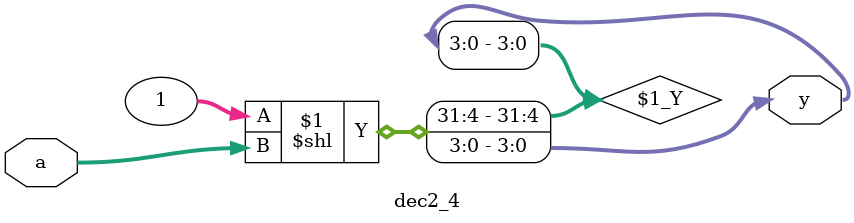
<source format=v>
module dec2_4 (
    input  [1:0] a,
    output [3:0] y
);

  assign y = 1 << a;

endmodule  //decoder2x4

</source>
